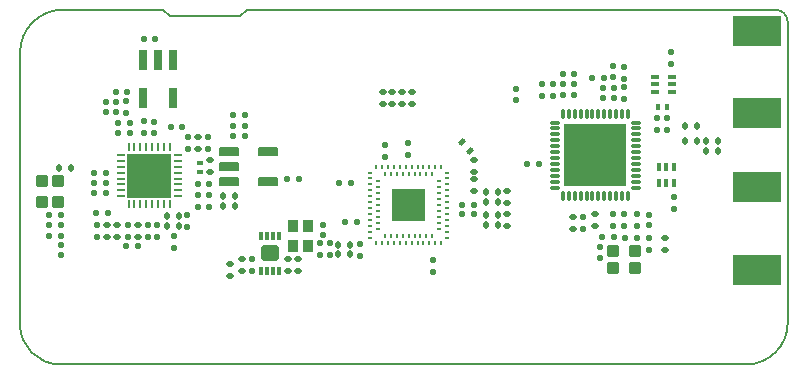
<source format=gbp>
G04*
G04 #@! TF.GenerationSoftware,Altium Limited,CircuitStudio,1.5.2 (30)*
G04*
G04 Layer_Color=16711833*
%FSLAX25Y25*%
%MOIN*%
G70*
G01*
G75*
G04:AMPARAMS|DCode=13|XSize=23.62mil|YSize=17.72mil|CornerRadius=4.43mil|HoleSize=0mil|Usage=FLASHONLY|Rotation=180.000|XOffset=0mil|YOffset=0mil|HoleType=Round|Shape=RoundedRectangle|*
%AMROUNDEDRECTD13*
21,1,0.02362,0.00886,0,0,180.0*
21,1,0.01476,0.01772,0,0,180.0*
1,1,0.00886,-0.00738,0.00443*
1,1,0.00886,0.00738,0.00443*
1,1,0.00886,0.00738,-0.00443*
1,1,0.00886,-0.00738,-0.00443*
%
%ADD13ROUNDEDRECTD13*%
G04:AMPARAMS|DCode=15|XSize=21.65mil|YSize=17.72mil|CornerRadius=4.43mil|HoleSize=0mil|Usage=FLASHONLY|Rotation=270.000|XOffset=0mil|YOffset=0mil|HoleType=Round|Shape=RoundedRectangle|*
%AMROUNDEDRECTD15*
21,1,0.02165,0.00886,0,0,270.0*
21,1,0.01280,0.01772,0,0,270.0*
1,1,0.00886,-0.00443,-0.00640*
1,1,0.00886,-0.00443,0.00640*
1,1,0.00886,0.00443,0.00640*
1,1,0.00886,0.00443,-0.00640*
%
%ADD15ROUNDEDRECTD15*%
G04:AMPARAMS|DCode=29|XSize=21.65mil|YSize=17.72mil|CornerRadius=4.43mil|HoleSize=0mil|Usage=FLASHONLY|Rotation=0.000|XOffset=0mil|YOffset=0mil|HoleType=Round|Shape=RoundedRectangle|*
%AMROUNDEDRECTD29*
21,1,0.02165,0.00886,0,0,0.0*
21,1,0.01280,0.01772,0,0,0.0*
1,1,0.00886,0.00640,-0.00443*
1,1,0.00886,-0.00640,-0.00443*
1,1,0.00886,-0.00640,0.00443*
1,1,0.00886,0.00640,0.00443*
%
%ADD29ROUNDEDRECTD29*%
%ADD32R,0.16496X0.10492*%
G04:AMPARAMS|DCode=35|XSize=23.62mil|YSize=17.72mil|CornerRadius=4.43mil|HoleSize=0mil|Usage=FLASHONLY|Rotation=270.000|XOffset=0mil|YOffset=0mil|HoleType=Round|Shape=RoundedRectangle|*
%AMROUNDEDRECTD35*
21,1,0.02362,0.00886,0,0,270.0*
21,1,0.01476,0.01772,0,0,270.0*
1,1,0.00886,-0.00443,-0.00738*
1,1,0.00886,-0.00443,0.00738*
1,1,0.00886,0.00443,0.00738*
1,1,0.00886,0.00443,-0.00738*
%
%ADD35ROUNDEDRECTD35*%
G04:AMPARAMS|DCode=36|XSize=14.17mil|YSize=23mil|CornerRadius=0.71mil|HoleSize=0mil|Usage=FLASHONLY|Rotation=180.000|XOffset=0mil|YOffset=0mil|HoleType=Round|Shape=RoundedRectangle|*
%AMROUNDEDRECTD36*
21,1,0.01417,0.02158,0,0,180.0*
21,1,0.01276,0.02300,0,0,180.0*
1,1,0.00142,-0.00638,0.01079*
1,1,0.00142,0.00638,0.01079*
1,1,0.00142,0.00638,-0.01079*
1,1,0.00142,-0.00638,-0.01079*
%
%ADD36ROUNDEDRECTD36*%
G04:AMPARAMS|DCode=37|XSize=14.17mil|YSize=23mil|CornerRadius=0.71mil|HoleSize=0mil|Usage=FLASHONLY|Rotation=270.000|XOffset=0mil|YOffset=0mil|HoleType=Round|Shape=RoundedRectangle|*
%AMROUNDEDRECTD37*
21,1,0.01417,0.02158,0,0,270.0*
21,1,0.01276,0.02300,0,0,270.0*
1,1,0.00142,-0.01079,-0.00638*
1,1,0.00142,-0.01079,0.00638*
1,1,0.00142,0.01079,0.00638*
1,1,0.00142,0.01079,-0.00638*
%
%ADD37ROUNDEDRECTD37*%
%ADD54C,0.00500*%
G04:AMPARAMS|DCode=71|XSize=39.37mil|YSize=37.4mil|CornerRadius=1.87mil|HoleSize=0mil|Usage=FLASHONLY|Rotation=90.000|XOffset=0mil|YOffset=0mil|HoleType=Round|Shape=RoundedRectangle|*
%AMROUNDEDRECTD71*
21,1,0.03937,0.03366,0,0,90.0*
21,1,0.03563,0.03740,0,0,90.0*
1,1,0.00374,0.01683,0.01782*
1,1,0.00374,0.01683,-0.01782*
1,1,0.00374,-0.01683,-0.01782*
1,1,0.00374,-0.01683,0.01782*
%
%ADD71ROUNDEDRECTD71*%
G04:AMPARAMS|DCode=72|XSize=39.37mil|YSize=37.4mil|CornerRadius=1.87mil|HoleSize=0mil|Usage=FLASHONLY|Rotation=180.000|XOffset=0mil|YOffset=0mil|HoleType=Round|Shape=RoundedRectangle|*
%AMROUNDEDRECTD72*
21,1,0.03937,0.03366,0,0,180.0*
21,1,0.03563,0.03740,0,0,180.0*
1,1,0.00374,-0.01782,0.01683*
1,1,0.00374,0.01782,0.01683*
1,1,0.00374,0.01782,-0.01683*
1,1,0.00374,-0.01782,-0.01683*
%
%ADD72ROUNDEDRECTD72*%
%ADD73O,0.00984X0.03150*%
%ADD74O,0.03150X0.00984*%
%ADD75R,0.14567X0.14567*%
G04:AMPARAMS|DCode=77|XSize=33.47mil|YSize=11.81mil|CornerRadius=4.72mil|HoleSize=0mil|Usage=FLASHONLY|Rotation=90.000|XOffset=0mil|YOffset=0mil|HoleType=Round|Shape=RoundedRectangle|*
%AMROUNDEDRECTD77*
21,1,0.03347,0.00236,0,0,90.0*
21,1,0.02402,0.01181,0,0,90.0*
1,1,0.00945,0.00118,0.01201*
1,1,0.00945,0.00118,-0.01201*
1,1,0.00945,-0.00118,-0.01201*
1,1,0.00945,-0.00118,0.01201*
%
%ADD77ROUNDEDRECTD77*%
G04:AMPARAMS|DCode=78|XSize=33.47mil|YSize=11.81mil|CornerRadius=4.72mil|HoleSize=0mil|Usage=FLASHONLY|Rotation=180.000|XOffset=0mil|YOffset=0mil|HoleType=Round|Shape=RoundedRectangle|*
%AMROUNDEDRECTD78*
21,1,0.03347,0.00236,0,0,180.0*
21,1,0.02402,0.01181,0,0,180.0*
1,1,0.00945,-0.01201,0.00118*
1,1,0.00945,0.01201,0.00118*
1,1,0.00945,0.01201,-0.00118*
1,1,0.00945,-0.01201,-0.00118*
%
%ADD78ROUNDEDRECTD78*%
G04:AMPARAMS|DCode=80|XSize=15.75mil|YSize=8.66mil|CornerRadius=0.87mil|HoleSize=0mil|Usage=FLASHONLY|Rotation=270.000|XOffset=0mil|YOffset=0mil|HoleType=Round|Shape=RoundedRectangle|*
%AMROUNDEDRECTD80*
21,1,0.01575,0.00693,0,0,270.0*
21,1,0.01402,0.00866,0,0,270.0*
1,1,0.00173,-0.00347,-0.00701*
1,1,0.00173,-0.00347,0.00701*
1,1,0.00173,0.00347,0.00701*
1,1,0.00173,0.00347,-0.00701*
%
%ADD80ROUNDEDRECTD80*%
G04:AMPARAMS|DCode=81|XSize=15.75mil|YSize=8.66mil|CornerRadius=0.87mil|HoleSize=0mil|Usage=FLASHONLY|Rotation=0.000|XOffset=0mil|YOffset=0mil|HoleType=Round|Shape=RoundedRectangle|*
%AMROUNDEDRECTD81*
21,1,0.01575,0.00693,0,0,0.0*
21,1,0.01402,0.00866,0,0,0.0*
1,1,0.00173,0.00701,-0.00347*
1,1,0.00173,-0.00701,-0.00347*
1,1,0.00173,-0.00701,0.00347*
1,1,0.00173,0.00701,0.00347*
%
%ADD81ROUNDEDRECTD81*%
G04:AMPARAMS|DCode=82|XSize=57.09mil|YSize=53.15mil|CornerRadius=5.32mil|HoleSize=0mil|Usage=FLASHONLY|Rotation=180.000|XOffset=0mil|YOffset=0mil|HoleType=Round|Shape=RoundedRectangle|*
%AMROUNDEDRECTD82*
21,1,0.05709,0.04252,0,0,180.0*
21,1,0.04646,0.05315,0,0,180.0*
1,1,0.01063,-0.02323,0.02126*
1,1,0.01063,0.02323,0.02126*
1,1,0.01063,0.02323,-0.02126*
1,1,0.01063,-0.02323,-0.02126*
%
%ADD82ROUNDEDRECTD82*%
G04:AMPARAMS|DCode=83|XSize=29.53mil|YSize=11.81mil|CornerRadius=2.95mil|HoleSize=0mil|Usage=FLASHONLY|Rotation=270.000|XOffset=0mil|YOffset=0mil|HoleType=Round|Shape=RoundedRectangle|*
%AMROUNDEDRECTD83*
21,1,0.02953,0.00591,0,0,270.0*
21,1,0.02363,0.01181,0,0,270.0*
1,1,0.00591,-0.00295,-0.01181*
1,1,0.00591,-0.00295,0.01181*
1,1,0.00591,0.00295,0.01181*
1,1,0.00591,0.00295,-0.01181*
%
%ADD83ROUNDEDRECTD83*%
G04:AMPARAMS|DCode=84|XSize=25.59mil|YSize=13.78mil|CornerRadius=1.38mil|HoleSize=0mil|Usage=FLASHONLY|Rotation=180.000|XOffset=0mil|YOffset=0mil|HoleType=Round|Shape=RoundedRectangle|*
%AMROUNDEDRECTD84*
21,1,0.02559,0.01102,0,0,180.0*
21,1,0.02284,0.01378,0,0,180.0*
1,1,0.00276,-0.01142,0.00551*
1,1,0.00276,0.01142,0.00551*
1,1,0.00276,0.01142,-0.00551*
1,1,0.00276,-0.01142,-0.00551*
%
%ADD84ROUNDEDRECTD84*%
G04:AMPARAMS|DCode=85|XSize=25.59mil|YSize=13.78mil|CornerRadius=1.38mil|HoleSize=0mil|Usage=FLASHONLY|Rotation=90.000|XOffset=0mil|YOffset=0mil|HoleType=Round|Shape=RoundedRectangle|*
%AMROUNDEDRECTD85*
21,1,0.02559,0.01102,0,0,90.0*
21,1,0.02284,0.01378,0,0,90.0*
1,1,0.00276,0.00551,0.01142*
1,1,0.00276,0.00551,-0.01142*
1,1,0.00276,-0.00551,-0.01142*
1,1,0.00276,-0.00551,0.01142*
%
%ADD85ROUNDEDRECTD85*%
G04:AMPARAMS|DCode=86|XSize=23.62mil|YSize=17.72mil|CornerRadius=4.43mil|HoleSize=0mil|Usage=FLASHONLY|Rotation=225.000|XOffset=0mil|YOffset=0mil|HoleType=Round|Shape=RoundedRectangle|*
%AMROUNDEDRECTD86*
21,1,0.02362,0.00886,0,0,225.0*
21,1,0.01476,0.01772,0,0,225.0*
1,1,0.00886,-0.00835,-0.00209*
1,1,0.00886,0.00209,0.00835*
1,1,0.00886,0.00835,0.00209*
1,1,0.00886,-0.00209,-0.00835*
%
%ADD86ROUNDEDRECTD86*%
G04:AMPARAMS|DCode=87|XSize=64.96mil|YSize=29.92mil|CornerRadius=1.5mil|HoleSize=0mil|Usage=FLASHONLY|Rotation=90.000|XOffset=0mil|YOffset=0mil|HoleType=Round|Shape=RoundedRectangle|*
%AMROUNDEDRECTD87*
21,1,0.06496,0.02693,0,0,90.0*
21,1,0.06197,0.02992,0,0,90.0*
1,1,0.00299,0.01347,0.03098*
1,1,0.00299,0.01347,-0.03098*
1,1,0.00299,-0.01347,-0.03098*
1,1,0.00299,-0.01347,0.03098*
%
%ADD87ROUNDEDRECTD87*%
G04:AMPARAMS|DCode=88|XSize=35.43mil|YSize=43.31mil|CornerRadius=0.89mil|HoleSize=0mil|Usage=FLASHONLY|Rotation=0.000|XOffset=0mil|YOffset=0mil|HoleType=Round|Shape=RoundedRectangle|*
%AMROUNDEDRECTD88*
21,1,0.03543,0.04154,0,0,0.0*
21,1,0.03366,0.04331,0,0,0.0*
1,1,0.00177,0.01683,-0.02077*
1,1,0.00177,-0.01683,-0.02077*
1,1,0.00177,-0.01683,0.02077*
1,1,0.00177,0.01683,0.02077*
%
%ADD88ROUNDEDRECTD88*%
G04:AMPARAMS|DCode=89|XSize=65mil|YSize=30mil|CornerRadius=3mil|HoleSize=0mil|Usage=FLASHONLY|Rotation=180.000|XOffset=0mil|YOffset=0mil|HoleType=Round|Shape=RoundedRectangle|*
%AMROUNDEDRECTD89*
21,1,0.06500,0.02400,0,0,180.0*
21,1,0.05900,0.03000,0,0,180.0*
1,1,0.00600,-0.02950,0.01200*
1,1,0.00600,0.02950,0.01200*
1,1,0.00600,0.02950,-0.01200*
1,1,0.00600,-0.02950,-0.01200*
%
%ADD89ROUNDEDRECTD89*%
G04:AMPARAMS|DCode=98|XSize=21.62mil|YSize=17.69mil|CornerRadius=3.92mil|HoleSize=0mil|Usage=FLASHONLY|Rotation=0.000|XOffset=0mil|YOffset=0mil|HoleType=Round|Shape=RoundedRectangle|*
%AMROUNDEDRECTD98*
21,1,0.02162,0.00984,0,0,0.0*
21,1,0.01378,0.01769,0,0,0.0*
1,1,0.00784,0.00689,-0.00492*
1,1,0.00784,-0.00689,-0.00492*
1,1,0.00784,-0.00689,0.00492*
1,1,0.00784,0.00689,0.00492*
%
%ADD98ROUNDEDRECTD98*%
G04:AMPARAMS|DCode=99|XSize=21.62mil|YSize=17.69mil|CornerRadius=3.92mil|HoleSize=0mil|Usage=FLASHONLY|Rotation=90.000|XOffset=0mil|YOffset=0mil|HoleType=Round|Shape=RoundedRectangle|*
%AMROUNDEDRECTD99*
21,1,0.02162,0.00984,0,0,90.0*
21,1,0.01378,0.01769,0,0,90.0*
1,1,0.00784,0.00492,0.00689*
1,1,0.00784,0.00492,-0.00689*
1,1,0.00784,-0.00492,-0.00689*
1,1,0.00784,-0.00492,0.00689*
%
%ADD99ROUNDEDRECTD99*%
G04:AMPARAMS|DCode=159|XSize=208.66mil|YSize=208.66mil|CornerRadius=0mil|HoleSize=0mil|Usage=FLASHONLY|Rotation=90.000|XOffset=0mil|YOffset=0mil|HoleType=Round|Shape=RoundedRectangle|*
%AMROUNDEDRECTD159*
21,1,0.20866,0.20866,0,0,90.0*
21,1,0.20866,0.20866,0,0,90.0*
1,1,0.00000,0.10433,0.10433*
1,1,0.00000,0.10433,-0.10433*
1,1,0.00000,-0.10433,-0.10433*
1,1,0.00000,-0.10433,0.10433*
%
%ADD159ROUNDEDRECTD159*%
G36*
X1169657Y747120D02*
X1158698D01*
Y758079D01*
X1169657D01*
Y747120D01*
D02*
G37*
D13*
X1249476Y737681D02*
D03*
Y741681D02*
D03*
X1124026Y734711D02*
D03*
Y730711D02*
D03*
X1127216Y734671D02*
D03*
Y730671D02*
D03*
X1108586Y734741D02*
D03*
Y730741D02*
D03*
X1165316Y786401D02*
D03*
Y790401D02*
D03*
X1161956Y786401D02*
D03*
Y790401D02*
D03*
X1158716Y786391D02*
D03*
Y790391D02*
D03*
X1155536Y786411D02*
D03*
Y790411D02*
D03*
X1196956Y753243D02*
D03*
Y757243D02*
D03*
X1196956Y745566D02*
D03*
Y749566D02*
D03*
X1218876Y748681D02*
D03*
Y744681D02*
D03*
X1186080Y763761D02*
D03*
Y767761D02*
D03*
X1185953Y757245D02*
D03*
Y761245D02*
D03*
X1104576Y728881D02*
D03*
Y732881D02*
D03*
X1073876Y746081D02*
D03*
Y742081D02*
D03*
X1067076D02*
D03*
Y746081D02*
D03*
X1094076Y775181D02*
D03*
Y771181D02*
D03*
X1063576Y746081D02*
D03*
Y742081D02*
D03*
X1226425Y745604D02*
D03*
Y749604D02*
D03*
X1097976Y767581D02*
D03*
Y763581D02*
D03*
D15*
X1063203Y783681D02*
D03*
X1066549D02*
D03*
X1063203Y786981D02*
D03*
X1066549D02*
D03*
D29*
X1135766Y742534D02*
D03*
Y745880D02*
D03*
X1048275Y739354D02*
D03*
Y736007D02*
D03*
X1244141Y745931D02*
D03*
Y749277D02*
D03*
X1232330Y798785D02*
D03*
Y795439D02*
D03*
D32*
X1280174Y758448D02*
D03*
Y730948D02*
D03*
Y810614D02*
D03*
Y783114D02*
D03*
D35*
X1102176Y755581D02*
D03*
X1106176D02*
D03*
X1051556Y764911D02*
D03*
X1047556D02*
D03*
X1260176Y778981D02*
D03*
X1256176D02*
D03*
X1260176Y773981D02*
D03*
X1256176D02*
D03*
X1267176Y770581D02*
D03*
X1263176D02*
D03*
X1267176Y773881D02*
D03*
X1263176D02*
D03*
X1190059Y756795D02*
D03*
X1194059D02*
D03*
X1190035Y753557D02*
D03*
X1194035D02*
D03*
X1190059Y749118D02*
D03*
X1194059D02*
D03*
X1083587Y745486D02*
D03*
X1087587D02*
D03*
X1102176Y752281D02*
D03*
X1106176D02*
D03*
X1190059Y745870D02*
D03*
X1194059D02*
D03*
X1140566Y739411D02*
D03*
X1144566D02*
D03*
X1083587Y749029D02*
D03*
X1087587D02*
D03*
X1140576Y736181D02*
D03*
X1144576D02*
D03*
D36*
X1247176Y785281D02*
D03*
X1250176D02*
D03*
D37*
X1094576Y763681D02*
D03*
Y766681D02*
D03*
D54*
X1276749Y699502D02*
G03*
X1290528Y713281I0J13780D01*
G01*
X1034623Y712769D02*
G03*
X1047891Y699502I13268J0D01*
G01*
X1048995Y817730D02*
G03*
X1034623Y803358I0J-14372D01*
G01*
X1290528Y813564D02*
G03*
X1286362Y817730I-4166J0D01*
G01*
X1047891Y699502D02*
X1276749Y699502D01*
X1034623Y712769D02*
X1034623Y796470D01*
X1290528Y718006D02*
Y767631D01*
X1084591Y815466D02*
X1107961D01*
X1034623Y796470D02*
Y803358D01*
X1290528Y713281D02*
Y718006D01*
X1110224Y817730D02*
X1286362D01*
X1290528Y767631D02*
Y813564D01*
X1082327Y817730D02*
X1084591Y815466D01*
X1048995Y817730D02*
X1082327D01*
X1107961Y815466D02*
X1110224Y817730D01*
D71*
X1047398Y753458D02*
D03*
X1041887D02*
D03*
Y760742D02*
D03*
X1047398D02*
D03*
D72*
X1239717Y737237D02*
D03*
Y731725D02*
D03*
X1232434D02*
D03*
Y737237D02*
D03*
D73*
X1084603Y752868D02*
D03*
X1082635D02*
D03*
X1080666D02*
D03*
X1078698D02*
D03*
X1076729D02*
D03*
X1074761D02*
D03*
X1072792D02*
D03*
X1070824D02*
D03*
Y771962D02*
D03*
X1072792D02*
D03*
X1074761D02*
D03*
X1076729D02*
D03*
X1078698D02*
D03*
X1080666D02*
D03*
X1082635D02*
D03*
X1084603D02*
D03*
D74*
X1068166Y755525D02*
D03*
Y757494D02*
D03*
Y759462D02*
D03*
Y761431D02*
D03*
Y763399D02*
D03*
Y765368D02*
D03*
Y767336D02*
D03*
Y769305D02*
D03*
X1087261D02*
D03*
Y767336D02*
D03*
Y765368D02*
D03*
Y763399D02*
D03*
Y761431D02*
D03*
Y759462D02*
D03*
Y757494D02*
D03*
Y755525D02*
D03*
D75*
X1077713Y762415D02*
D03*
D77*
X1237251Y782840D02*
D03*
X1235283D02*
D03*
X1233314D02*
D03*
X1231346D02*
D03*
X1229377D02*
D03*
X1227409D02*
D03*
X1225440D02*
D03*
X1223472D02*
D03*
X1221503D02*
D03*
X1219535D02*
D03*
X1217566D02*
D03*
X1215598D02*
D03*
Y755675D02*
D03*
X1217566D02*
D03*
X1219535D02*
D03*
X1221503D02*
D03*
X1223472D02*
D03*
X1225440D02*
D03*
X1227409D02*
D03*
X1229377D02*
D03*
X1231346D02*
D03*
X1233314D02*
D03*
X1235283D02*
D03*
X1237251D02*
D03*
D78*
X1212842Y780084D02*
D03*
Y778116D02*
D03*
Y776147D02*
D03*
Y774179D02*
D03*
Y772210D02*
D03*
Y770242D02*
D03*
Y768273D02*
D03*
Y766305D02*
D03*
Y764336D02*
D03*
Y762368D02*
D03*
Y760399D02*
D03*
Y758431D02*
D03*
X1240007D02*
D03*
Y760399D02*
D03*
Y762368D02*
D03*
Y764336D02*
D03*
Y766305D02*
D03*
Y768273D02*
D03*
Y770242D02*
D03*
Y772210D02*
D03*
Y774179D02*
D03*
Y776147D02*
D03*
Y778116D02*
D03*
Y780084D02*
D03*
D80*
X1172050Y762837D02*
D03*
X1170081D02*
D03*
X1168113D02*
D03*
X1166144D02*
D03*
X1164176D02*
D03*
X1162207D02*
D03*
X1160239D02*
D03*
X1158270D02*
D03*
X1156302D02*
D03*
Y742365D02*
D03*
X1158270D02*
D03*
X1160239D02*
D03*
X1162207D02*
D03*
X1164176D02*
D03*
X1166144D02*
D03*
X1168113D02*
D03*
X1170081D02*
D03*
X1172050D02*
D03*
X1175002Y765396D02*
D03*
X1173034D02*
D03*
X1171065D02*
D03*
X1169097D02*
D03*
X1167128D02*
D03*
X1165160D02*
D03*
X1163191D02*
D03*
X1161223D02*
D03*
X1159254D02*
D03*
X1157286D02*
D03*
X1155317D02*
D03*
X1153349D02*
D03*
Y739806D02*
D03*
X1155317D02*
D03*
X1157286D02*
D03*
X1159254D02*
D03*
X1161223D02*
D03*
X1163191D02*
D03*
X1165160D02*
D03*
X1167128D02*
D03*
X1169097D02*
D03*
X1171065D02*
D03*
X1173034D02*
D03*
X1175002D02*
D03*
D81*
X1153939Y760475D02*
D03*
Y758507D02*
D03*
Y756538D02*
D03*
Y754570D02*
D03*
Y752601D02*
D03*
Y750633D02*
D03*
Y748664D02*
D03*
Y746696D02*
D03*
Y744727D02*
D03*
X1174412D02*
D03*
Y746696D02*
D03*
Y748664D02*
D03*
Y750633D02*
D03*
Y752601D02*
D03*
Y754570D02*
D03*
Y756538D02*
D03*
Y758507D02*
D03*
Y760475D02*
D03*
X1151380Y763428D02*
D03*
Y761459D02*
D03*
Y759491D02*
D03*
Y757522D02*
D03*
Y755554D02*
D03*
Y753585D02*
D03*
Y751617D02*
D03*
Y749648D02*
D03*
Y747680D02*
D03*
Y745711D02*
D03*
Y743743D02*
D03*
Y741774D02*
D03*
X1176971D02*
D03*
Y743743D02*
D03*
Y745711D02*
D03*
Y747680D02*
D03*
Y749648D02*
D03*
Y751617D02*
D03*
Y753585D02*
D03*
Y755554D02*
D03*
Y757522D02*
D03*
Y759491D02*
D03*
Y761459D02*
D03*
Y763428D02*
D03*
D82*
X1117936Y736511D02*
D03*
D83*
X1114983Y730605D02*
D03*
X1116952D02*
D03*
X1118920D02*
D03*
X1120889D02*
D03*
Y742417D02*
D03*
X1118920D02*
D03*
X1116952D02*
D03*
X1114983D02*
D03*
D84*
X1251832Y795340D02*
D03*
Y792781D02*
D03*
Y790222D02*
D03*
X1246320Y795340D02*
D03*
Y792781D02*
D03*
Y790222D02*
D03*
D85*
X1252635Y759925D02*
D03*
X1250076D02*
D03*
X1247517D02*
D03*
X1252635Y765437D02*
D03*
X1250076D02*
D03*
X1247517D02*
D03*
D86*
X1181909Y773475D02*
D03*
X1184738Y770646D02*
D03*
D87*
X1080792Y801006D02*
D03*
X1085792D02*
D03*
X1075792D02*
D03*
X1085792Y788250D02*
D03*
X1075792D02*
D03*
D88*
X1130735Y745627D02*
D03*
X1125616D02*
D03*
Y738935D02*
D03*
X1130735D02*
D03*
D89*
X1104433Y760368D02*
D03*
Y765368D02*
D03*
Y770368D02*
D03*
X1117333Y760368D02*
D03*
Y770368D02*
D03*
D98*
X1236076Y798550D02*
D03*
Y794613D02*
D03*
X1137806Y739940D02*
D03*
Y736003D02*
D03*
X1134506Y739920D02*
D03*
Y735983D02*
D03*
X1199991Y787484D02*
D03*
Y791421D02*
D03*
X1085876Y738413D02*
D03*
Y742350D02*
D03*
X1090776Y775150D02*
D03*
Y771213D02*
D03*
X1111976Y730743D02*
D03*
Y734680D02*
D03*
X1244141Y741698D02*
D03*
Y737761D02*
D03*
X1240204Y745635D02*
D03*
Y749572D02*
D03*
X1236076Y787913D02*
D03*
Y791850D02*
D03*
X1247103Y777572D02*
D03*
Y781509D02*
D03*
X1222276Y744713D02*
D03*
Y748650D02*
D03*
X1232330Y749572D02*
D03*
Y745635D02*
D03*
X1212251Y792879D02*
D03*
Y788942D02*
D03*
X1208708D02*
D03*
Y792879D02*
D03*
X1097376Y775150D02*
D03*
Y771213D02*
D03*
X1156175Y768727D02*
D03*
Y772664D02*
D03*
X1147876Y739550D02*
D03*
Y735613D02*
D03*
X1172376Y734150D02*
D03*
Y730213D02*
D03*
X1164032Y773242D02*
D03*
Y769305D02*
D03*
X1060176Y746050D02*
D03*
Y742113D02*
D03*
X1076076Y780450D02*
D03*
Y776513D02*
D03*
X1079239Y780427D02*
D03*
Y776490D02*
D03*
X1070479Y746027D02*
D03*
Y742090D02*
D03*
X1077172D02*
D03*
Y746027D02*
D03*
X1080322Y742090D02*
D03*
Y746027D02*
D03*
X1227976Y738750D02*
D03*
Y734813D02*
D03*
X1090410Y745289D02*
D03*
Y749226D02*
D03*
X1069876Y787250D02*
D03*
Y783313D02*
D03*
X1252676Y755350D02*
D03*
Y751413D02*
D03*
X1236070Y749572D02*
D03*
Y745635D02*
D03*
X1250253Y777572D02*
D03*
Y781509D02*
D03*
X1251631Y799620D02*
D03*
Y803557D02*
D03*
D99*
X1048344Y749181D02*
D03*
X1044407D02*
D03*
X1070444Y790381D02*
D03*
X1066507D02*
D03*
X1048344Y742381D02*
D03*
X1044407D02*
D03*
X1048344Y745781D02*
D03*
X1044407D02*
D03*
X1059207Y763381D02*
D03*
X1063144D02*
D03*
X1240204Y741698D02*
D03*
X1236267D02*
D03*
X1232527Y741895D02*
D03*
X1228590D02*
D03*
X1207724Y766305D02*
D03*
X1203787D02*
D03*
X1229144Y794981D02*
D03*
X1225207D02*
D03*
X1219444Y789181D02*
D03*
X1215507D02*
D03*
X1219444Y792781D02*
D03*
X1215507D02*
D03*
X1232744Y791681D02*
D03*
X1228807D02*
D03*
X1232744Y788181D02*
D03*
X1228807D02*
D03*
X1215507Y796381D02*
D03*
X1219444D02*
D03*
X1144944Y759781D02*
D03*
X1141007D02*
D03*
X1143107Y747081D02*
D03*
X1147044D02*
D03*
X1063146Y760053D02*
D03*
X1059209D02*
D03*
X1059207Y756681D02*
D03*
X1063144D02*
D03*
X1060007Y750081D02*
D03*
X1063944D02*
D03*
X1074022Y738940D02*
D03*
X1070085D02*
D03*
X1097792Y759757D02*
D03*
X1093855D02*
D03*
X1084807Y778681D02*
D03*
X1088744D02*
D03*
X1067207Y776581D02*
D03*
X1071144D02*
D03*
X1067207Y779981D02*
D03*
X1071144D02*
D03*
X1097792Y755919D02*
D03*
X1093855D02*
D03*
X1097792Y752080D02*
D03*
X1093855D02*
D03*
X1127615Y761234D02*
D03*
X1123678D02*
D03*
X1079780Y807887D02*
D03*
X1075843D02*
D03*
X1109603Y782494D02*
D03*
X1105666D02*
D03*
X1109603Y779049D02*
D03*
X1105666D02*
D03*
X1109579Y775662D02*
D03*
X1105642D02*
D03*
X1182007Y749481D02*
D03*
X1185944D02*
D03*
Y752681D02*
D03*
X1182007D02*
D03*
D159*
X1226425Y769257D02*
D03*
M02*

</source>
